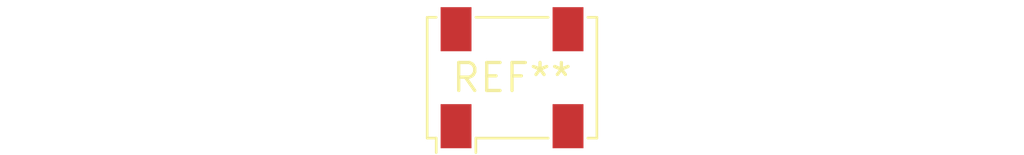
<source format=kicad_pcb>
(kicad_pcb (version 20240108) (generator pcbnew)
  (layers (0 "F.Cu" signal) (31 "B.Cu" signal) (34 "B.Paste" user) (35 "F.Paste" user) (36 "B.SilkS" user "B.Silkscreen") (37 "F.SilkS" user "F.Silkscreen") (38 "B.Mask" user) (39 "F.Mask" user) (44 "Edge.Cuts" user))
  (net 0 "")
  (footprint "Oscillator_SMD_Fordahl_DFAS2-4Pin_7.3x5.1mm" (layer "F.Cu") (at 0 0)
    (property "Reference" "REF**")
    (property "Value" "Oscillator_SMD_Fordahl_DFAS2-4Pin_7.3x5.1mm")
    (fp_line (start -3.85 -2.74) (end -3.44 -2.74) (layer "F.SilkS") (stroke (width 0.12)))
    (fp_line (start -3.85 2.74) (end -3.85 -2.74) (layer "F.SilkS") (stroke (width 0.12)))
    (fp_line (start -3.44 2.74) (end -3.85 2.74) (layer "F.SilkS") (stroke (width 0.12)))
    (fp_line (start -3.44 3.4) (end -3.44 2.74) (layer "F.SilkS") (stroke (width 0.12)))
    (fp_line (start -1.64 -2.74) (end 1.64 -2.74) (layer "F.SilkS") (stroke (width 0.12)))
    (fp_line (start -1.64 2.74) (end -1.64 3.4) (layer "F.SilkS") (stroke (width 0.12)))
    (fp_line (start 1.64 2.74) (end -1.64 2.74) (layer "F.SilkS") (stroke (width 0.12)))
    (fp_line (start 3.44 -2.74) (end 3.85 -2.74) (layer "F.SilkS") (stroke (width 0.12)))
    (fp_line (start 3.85 -2.74) (end 3.85 2.74) (layer "F.SilkS") (stroke (width 0.12)))
    (fp_line (start 3.85 2.74) (end 3.44 2.74) (layer "F.SilkS") (stroke (width 0.12)))
    (pad "1" smd rect (at -2.54 2.2) (size 1.4 2) (layers "F.Cu" "F.Paste" "F.Mask"))
    (pad "2" smd rect (at 2.54 2.2) (size 1.4 2) (layers "F.Cu" "F.Paste" "F.Mask"))
    (pad "3" smd rect (at 2.54 -2.2) (size 1.4 2) (layers "F.Cu" "F.Paste" "F.Mask"))
    (pad "4" smd rect (at -2.54 -2.2) (size 1.4 2) (layers "F.Cu" "F.Paste" "F.Mask"))
  )
)
</source>
